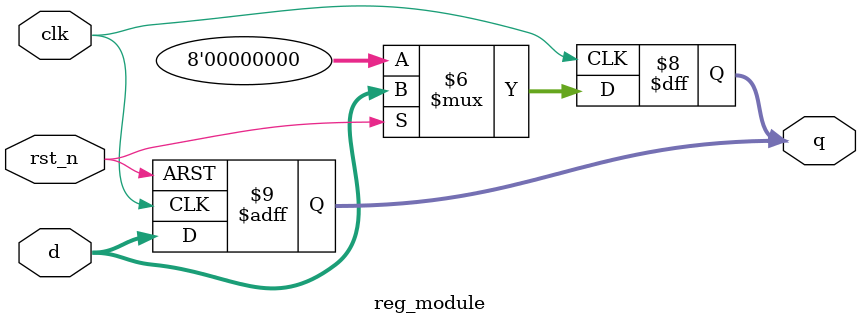
<source format=v>
module reg_module(
	input wire clk,
	input wire rst_n,
	input wire [7:0] d, // 输入必须是wire
	output reg [7:0] q	// 输出可以是wire，也可以是reg
);

// 异步触发器
always @(posedge clk or negedge rst_n) // 沿触发一定都是用<=赋值
	if (rst_n == 1'b0)
		q <= 8'h00;
	else
		q <= d;

// 同步触发器
always @(posedge clk)
	if (rst_n == 1'b0)
		q <= 8'h00;
	else
		q <= d;
		
endmodule

</source>
